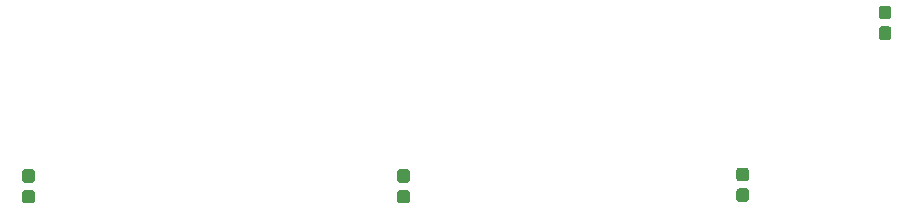
<source format=gbr>
%TF.GenerationSoftware,KiCad,Pcbnew,(5.1.4)-1*%
%TF.CreationDate,2022-01-23T20:52:20+02:00*%
%TF.ProjectId,Front Panel,46726f6e-7420-4506-916e-656c2e6b6963,rev?*%
%TF.SameCoordinates,Original*%
%TF.FileFunction,Soldermask,Bot*%
%TF.FilePolarity,Negative*%
%FSLAX46Y46*%
G04 Gerber Fmt 4.6, Leading zero omitted, Abs format (unit mm)*
G04 Created by KiCad (PCBNEW (5.1.4)-1) date 2022-01-23 20:52:20*
%MOMM*%
%LPD*%
G04 APERTURE LIST*
%ADD10C,0.100000*%
%ADD11C,1.050000*%
G04 APERTURE END LIST*
D10*
%TO.C,R1*%
G36*
X88172229Y-75866264D02*
G01*
X88197711Y-75870044D01*
X88222700Y-75876303D01*
X88246954Y-75884982D01*
X88270242Y-75895996D01*
X88292337Y-75909239D01*
X88313028Y-75924585D01*
X88332116Y-75941884D01*
X88349415Y-75960972D01*
X88364761Y-75981663D01*
X88378004Y-76003758D01*
X88389018Y-76027046D01*
X88397697Y-76051300D01*
X88403956Y-76076289D01*
X88407736Y-76101771D01*
X88409000Y-76127500D01*
X88409000Y-76752500D01*
X88407736Y-76778229D01*
X88403956Y-76803711D01*
X88397697Y-76828700D01*
X88389018Y-76852954D01*
X88378004Y-76876242D01*
X88364761Y-76898337D01*
X88349415Y-76919028D01*
X88332116Y-76938116D01*
X88313028Y-76955415D01*
X88292337Y-76970761D01*
X88270242Y-76984004D01*
X88246954Y-76995018D01*
X88222700Y-77003697D01*
X88197711Y-77009956D01*
X88172229Y-77013736D01*
X88146500Y-77015000D01*
X87621500Y-77015000D01*
X87595771Y-77013736D01*
X87570289Y-77009956D01*
X87545300Y-77003697D01*
X87521046Y-76995018D01*
X87497758Y-76984004D01*
X87475663Y-76970761D01*
X87454972Y-76955415D01*
X87435884Y-76938116D01*
X87418585Y-76919028D01*
X87403239Y-76898337D01*
X87389996Y-76876242D01*
X87378982Y-76852954D01*
X87370303Y-76828700D01*
X87364044Y-76803711D01*
X87360264Y-76778229D01*
X87359000Y-76752500D01*
X87359000Y-76127500D01*
X87360264Y-76101771D01*
X87364044Y-76076289D01*
X87370303Y-76051300D01*
X87378982Y-76027046D01*
X87389996Y-76003758D01*
X87403239Y-75981663D01*
X87418585Y-75960972D01*
X87435884Y-75941884D01*
X87454972Y-75924585D01*
X87475663Y-75909239D01*
X87497758Y-75895996D01*
X87521046Y-75884982D01*
X87545300Y-75876303D01*
X87570289Y-75870044D01*
X87595771Y-75866264D01*
X87621500Y-75865000D01*
X88146500Y-75865000D01*
X88172229Y-75866264D01*
X88172229Y-75866264D01*
G37*
D11*
X87884000Y-76440000D03*
D10*
G36*
X88172229Y-74116264D02*
G01*
X88197711Y-74120044D01*
X88222700Y-74126303D01*
X88246954Y-74134982D01*
X88270242Y-74145996D01*
X88292337Y-74159239D01*
X88313028Y-74174585D01*
X88332116Y-74191884D01*
X88349415Y-74210972D01*
X88364761Y-74231663D01*
X88378004Y-74253758D01*
X88389018Y-74277046D01*
X88397697Y-74301300D01*
X88403956Y-74326289D01*
X88407736Y-74351771D01*
X88409000Y-74377500D01*
X88409000Y-75002500D01*
X88407736Y-75028229D01*
X88403956Y-75053711D01*
X88397697Y-75078700D01*
X88389018Y-75102954D01*
X88378004Y-75126242D01*
X88364761Y-75148337D01*
X88349415Y-75169028D01*
X88332116Y-75188116D01*
X88313028Y-75205415D01*
X88292337Y-75220761D01*
X88270242Y-75234004D01*
X88246954Y-75245018D01*
X88222700Y-75253697D01*
X88197711Y-75259956D01*
X88172229Y-75263736D01*
X88146500Y-75265000D01*
X87621500Y-75265000D01*
X87595771Y-75263736D01*
X87570289Y-75259956D01*
X87545300Y-75253697D01*
X87521046Y-75245018D01*
X87497758Y-75234004D01*
X87475663Y-75220761D01*
X87454972Y-75205415D01*
X87435884Y-75188116D01*
X87418585Y-75169028D01*
X87403239Y-75148337D01*
X87389996Y-75126242D01*
X87378982Y-75102954D01*
X87370303Y-75078700D01*
X87364044Y-75053711D01*
X87360264Y-75028229D01*
X87359000Y-75002500D01*
X87359000Y-74377500D01*
X87360264Y-74351771D01*
X87364044Y-74326289D01*
X87370303Y-74301300D01*
X87378982Y-74277046D01*
X87389996Y-74253758D01*
X87403239Y-74231663D01*
X87418585Y-74210972D01*
X87435884Y-74191884D01*
X87454972Y-74174585D01*
X87475663Y-74159239D01*
X87497758Y-74145996D01*
X87521046Y-74134982D01*
X87545300Y-74126303D01*
X87570289Y-74120044D01*
X87595771Y-74116264D01*
X87621500Y-74115000D01*
X88146500Y-74115000D01*
X88172229Y-74116264D01*
X88172229Y-74116264D01*
G37*
D11*
X87884000Y-74690000D03*
%TD*%
D10*
%TO.C,R2*%
G36*
X119922229Y-74116264D02*
G01*
X119947711Y-74120044D01*
X119972700Y-74126303D01*
X119996954Y-74134982D01*
X120020242Y-74145996D01*
X120042337Y-74159239D01*
X120063028Y-74174585D01*
X120082116Y-74191884D01*
X120099415Y-74210972D01*
X120114761Y-74231663D01*
X120128004Y-74253758D01*
X120139018Y-74277046D01*
X120147697Y-74301300D01*
X120153956Y-74326289D01*
X120157736Y-74351771D01*
X120159000Y-74377500D01*
X120159000Y-75002500D01*
X120157736Y-75028229D01*
X120153956Y-75053711D01*
X120147697Y-75078700D01*
X120139018Y-75102954D01*
X120128004Y-75126242D01*
X120114761Y-75148337D01*
X120099415Y-75169028D01*
X120082116Y-75188116D01*
X120063028Y-75205415D01*
X120042337Y-75220761D01*
X120020242Y-75234004D01*
X119996954Y-75245018D01*
X119972700Y-75253697D01*
X119947711Y-75259956D01*
X119922229Y-75263736D01*
X119896500Y-75265000D01*
X119371500Y-75265000D01*
X119345771Y-75263736D01*
X119320289Y-75259956D01*
X119295300Y-75253697D01*
X119271046Y-75245018D01*
X119247758Y-75234004D01*
X119225663Y-75220761D01*
X119204972Y-75205415D01*
X119185884Y-75188116D01*
X119168585Y-75169028D01*
X119153239Y-75148337D01*
X119139996Y-75126242D01*
X119128982Y-75102954D01*
X119120303Y-75078700D01*
X119114044Y-75053711D01*
X119110264Y-75028229D01*
X119109000Y-75002500D01*
X119109000Y-74377500D01*
X119110264Y-74351771D01*
X119114044Y-74326289D01*
X119120303Y-74301300D01*
X119128982Y-74277046D01*
X119139996Y-74253758D01*
X119153239Y-74231663D01*
X119168585Y-74210972D01*
X119185884Y-74191884D01*
X119204972Y-74174585D01*
X119225663Y-74159239D01*
X119247758Y-74145996D01*
X119271046Y-74134982D01*
X119295300Y-74126303D01*
X119320289Y-74120044D01*
X119345771Y-74116264D01*
X119371500Y-74115000D01*
X119896500Y-74115000D01*
X119922229Y-74116264D01*
X119922229Y-74116264D01*
G37*
D11*
X119634000Y-74690000D03*
D10*
G36*
X119922229Y-75866264D02*
G01*
X119947711Y-75870044D01*
X119972700Y-75876303D01*
X119996954Y-75884982D01*
X120020242Y-75895996D01*
X120042337Y-75909239D01*
X120063028Y-75924585D01*
X120082116Y-75941884D01*
X120099415Y-75960972D01*
X120114761Y-75981663D01*
X120128004Y-76003758D01*
X120139018Y-76027046D01*
X120147697Y-76051300D01*
X120153956Y-76076289D01*
X120157736Y-76101771D01*
X120159000Y-76127500D01*
X120159000Y-76752500D01*
X120157736Y-76778229D01*
X120153956Y-76803711D01*
X120147697Y-76828700D01*
X120139018Y-76852954D01*
X120128004Y-76876242D01*
X120114761Y-76898337D01*
X120099415Y-76919028D01*
X120082116Y-76938116D01*
X120063028Y-76955415D01*
X120042337Y-76970761D01*
X120020242Y-76984004D01*
X119996954Y-76995018D01*
X119972700Y-77003697D01*
X119947711Y-77009956D01*
X119922229Y-77013736D01*
X119896500Y-77015000D01*
X119371500Y-77015000D01*
X119345771Y-77013736D01*
X119320289Y-77009956D01*
X119295300Y-77003697D01*
X119271046Y-76995018D01*
X119247758Y-76984004D01*
X119225663Y-76970761D01*
X119204972Y-76955415D01*
X119185884Y-76938116D01*
X119168585Y-76919028D01*
X119153239Y-76898337D01*
X119139996Y-76876242D01*
X119128982Y-76852954D01*
X119120303Y-76828700D01*
X119114044Y-76803711D01*
X119110264Y-76778229D01*
X119109000Y-76752500D01*
X119109000Y-76127500D01*
X119110264Y-76101771D01*
X119114044Y-76076289D01*
X119120303Y-76051300D01*
X119128982Y-76027046D01*
X119139996Y-76003758D01*
X119153239Y-75981663D01*
X119168585Y-75960972D01*
X119185884Y-75941884D01*
X119204972Y-75924585D01*
X119225663Y-75909239D01*
X119247758Y-75895996D01*
X119271046Y-75884982D01*
X119295300Y-75876303D01*
X119320289Y-75870044D01*
X119345771Y-75866264D01*
X119371500Y-75865000D01*
X119896500Y-75865000D01*
X119922229Y-75866264D01*
X119922229Y-75866264D01*
G37*
D11*
X119634000Y-76440000D03*
%TD*%
D10*
%TO.C,R3*%
G36*
X148624229Y-75739264D02*
G01*
X148649711Y-75743044D01*
X148674700Y-75749303D01*
X148698954Y-75757982D01*
X148722242Y-75768996D01*
X148744337Y-75782239D01*
X148765028Y-75797585D01*
X148784116Y-75814884D01*
X148801415Y-75833972D01*
X148816761Y-75854663D01*
X148830004Y-75876758D01*
X148841018Y-75900046D01*
X148849697Y-75924300D01*
X148855956Y-75949289D01*
X148859736Y-75974771D01*
X148861000Y-76000500D01*
X148861000Y-76625500D01*
X148859736Y-76651229D01*
X148855956Y-76676711D01*
X148849697Y-76701700D01*
X148841018Y-76725954D01*
X148830004Y-76749242D01*
X148816761Y-76771337D01*
X148801415Y-76792028D01*
X148784116Y-76811116D01*
X148765028Y-76828415D01*
X148744337Y-76843761D01*
X148722242Y-76857004D01*
X148698954Y-76868018D01*
X148674700Y-76876697D01*
X148649711Y-76882956D01*
X148624229Y-76886736D01*
X148598500Y-76888000D01*
X148073500Y-76888000D01*
X148047771Y-76886736D01*
X148022289Y-76882956D01*
X147997300Y-76876697D01*
X147973046Y-76868018D01*
X147949758Y-76857004D01*
X147927663Y-76843761D01*
X147906972Y-76828415D01*
X147887884Y-76811116D01*
X147870585Y-76792028D01*
X147855239Y-76771337D01*
X147841996Y-76749242D01*
X147830982Y-76725954D01*
X147822303Y-76701700D01*
X147816044Y-76676711D01*
X147812264Y-76651229D01*
X147811000Y-76625500D01*
X147811000Y-76000500D01*
X147812264Y-75974771D01*
X147816044Y-75949289D01*
X147822303Y-75924300D01*
X147830982Y-75900046D01*
X147841996Y-75876758D01*
X147855239Y-75854663D01*
X147870585Y-75833972D01*
X147887884Y-75814884D01*
X147906972Y-75797585D01*
X147927663Y-75782239D01*
X147949758Y-75768996D01*
X147973046Y-75757982D01*
X147997300Y-75749303D01*
X148022289Y-75743044D01*
X148047771Y-75739264D01*
X148073500Y-75738000D01*
X148598500Y-75738000D01*
X148624229Y-75739264D01*
X148624229Y-75739264D01*
G37*
D11*
X148336000Y-76313000D03*
D10*
G36*
X148624229Y-73989264D02*
G01*
X148649711Y-73993044D01*
X148674700Y-73999303D01*
X148698954Y-74007982D01*
X148722242Y-74018996D01*
X148744337Y-74032239D01*
X148765028Y-74047585D01*
X148784116Y-74064884D01*
X148801415Y-74083972D01*
X148816761Y-74104663D01*
X148830004Y-74126758D01*
X148841018Y-74150046D01*
X148849697Y-74174300D01*
X148855956Y-74199289D01*
X148859736Y-74224771D01*
X148861000Y-74250500D01*
X148861000Y-74875500D01*
X148859736Y-74901229D01*
X148855956Y-74926711D01*
X148849697Y-74951700D01*
X148841018Y-74975954D01*
X148830004Y-74999242D01*
X148816761Y-75021337D01*
X148801415Y-75042028D01*
X148784116Y-75061116D01*
X148765028Y-75078415D01*
X148744337Y-75093761D01*
X148722242Y-75107004D01*
X148698954Y-75118018D01*
X148674700Y-75126697D01*
X148649711Y-75132956D01*
X148624229Y-75136736D01*
X148598500Y-75138000D01*
X148073500Y-75138000D01*
X148047771Y-75136736D01*
X148022289Y-75132956D01*
X147997300Y-75126697D01*
X147973046Y-75118018D01*
X147949758Y-75107004D01*
X147927663Y-75093761D01*
X147906972Y-75078415D01*
X147887884Y-75061116D01*
X147870585Y-75042028D01*
X147855239Y-75021337D01*
X147841996Y-74999242D01*
X147830982Y-74975954D01*
X147822303Y-74951700D01*
X147816044Y-74926711D01*
X147812264Y-74901229D01*
X147811000Y-74875500D01*
X147811000Y-74250500D01*
X147812264Y-74224771D01*
X147816044Y-74199289D01*
X147822303Y-74174300D01*
X147830982Y-74150046D01*
X147841996Y-74126758D01*
X147855239Y-74104663D01*
X147870585Y-74083972D01*
X147887884Y-74064884D01*
X147906972Y-74047585D01*
X147927663Y-74032239D01*
X147949758Y-74018996D01*
X147973046Y-74007982D01*
X147997300Y-73999303D01*
X148022289Y-73993044D01*
X148047771Y-73989264D01*
X148073500Y-73988000D01*
X148598500Y-73988000D01*
X148624229Y-73989264D01*
X148624229Y-73989264D01*
G37*
D11*
X148336000Y-74563000D03*
%TD*%
D10*
%TO.C,R4*%
G36*
X160689229Y-60273264D02*
G01*
X160714711Y-60277044D01*
X160739700Y-60283303D01*
X160763954Y-60291982D01*
X160787242Y-60302996D01*
X160809337Y-60316239D01*
X160830028Y-60331585D01*
X160849116Y-60348884D01*
X160866415Y-60367972D01*
X160881761Y-60388663D01*
X160895004Y-60410758D01*
X160906018Y-60434046D01*
X160914697Y-60458300D01*
X160920956Y-60483289D01*
X160924736Y-60508771D01*
X160926000Y-60534500D01*
X160926000Y-61159500D01*
X160924736Y-61185229D01*
X160920956Y-61210711D01*
X160914697Y-61235700D01*
X160906018Y-61259954D01*
X160895004Y-61283242D01*
X160881761Y-61305337D01*
X160866415Y-61326028D01*
X160849116Y-61345116D01*
X160830028Y-61362415D01*
X160809337Y-61377761D01*
X160787242Y-61391004D01*
X160763954Y-61402018D01*
X160739700Y-61410697D01*
X160714711Y-61416956D01*
X160689229Y-61420736D01*
X160663500Y-61422000D01*
X160138500Y-61422000D01*
X160112771Y-61420736D01*
X160087289Y-61416956D01*
X160062300Y-61410697D01*
X160038046Y-61402018D01*
X160014758Y-61391004D01*
X159992663Y-61377761D01*
X159971972Y-61362415D01*
X159952884Y-61345116D01*
X159935585Y-61326028D01*
X159920239Y-61305337D01*
X159906996Y-61283242D01*
X159895982Y-61259954D01*
X159887303Y-61235700D01*
X159881044Y-61210711D01*
X159877264Y-61185229D01*
X159876000Y-61159500D01*
X159876000Y-60534500D01*
X159877264Y-60508771D01*
X159881044Y-60483289D01*
X159887303Y-60458300D01*
X159895982Y-60434046D01*
X159906996Y-60410758D01*
X159920239Y-60388663D01*
X159935585Y-60367972D01*
X159952884Y-60348884D01*
X159971972Y-60331585D01*
X159992663Y-60316239D01*
X160014758Y-60302996D01*
X160038046Y-60291982D01*
X160062300Y-60283303D01*
X160087289Y-60277044D01*
X160112771Y-60273264D01*
X160138500Y-60272000D01*
X160663500Y-60272000D01*
X160689229Y-60273264D01*
X160689229Y-60273264D01*
G37*
D11*
X160401000Y-60847000D03*
D10*
G36*
X160689229Y-62023264D02*
G01*
X160714711Y-62027044D01*
X160739700Y-62033303D01*
X160763954Y-62041982D01*
X160787242Y-62052996D01*
X160809337Y-62066239D01*
X160830028Y-62081585D01*
X160849116Y-62098884D01*
X160866415Y-62117972D01*
X160881761Y-62138663D01*
X160895004Y-62160758D01*
X160906018Y-62184046D01*
X160914697Y-62208300D01*
X160920956Y-62233289D01*
X160924736Y-62258771D01*
X160926000Y-62284500D01*
X160926000Y-62909500D01*
X160924736Y-62935229D01*
X160920956Y-62960711D01*
X160914697Y-62985700D01*
X160906018Y-63009954D01*
X160895004Y-63033242D01*
X160881761Y-63055337D01*
X160866415Y-63076028D01*
X160849116Y-63095116D01*
X160830028Y-63112415D01*
X160809337Y-63127761D01*
X160787242Y-63141004D01*
X160763954Y-63152018D01*
X160739700Y-63160697D01*
X160714711Y-63166956D01*
X160689229Y-63170736D01*
X160663500Y-63172000D01*
X160138500Y-63172000D01*
X160112771Y-63170736D01*
X160087289Y-63166956D01*
X160062300Y-63160697D01*
X160038046Y-63152018D01*
X160014758Y-63141004D01*
X159992663Y-63127761D01*
X159971972Y-63112415D01*
X159952884Y-63095116D01*
X159935585Y-63076028D01*
X159920239Y-63055337D01*
X159906996Y-63033242D01*
X159895982Y-63009954D01*
X159887303Y-62985700D01*
X159881044Y-62960711D01*
X159877264Y-62935229D01*
X159876000Y-62909500D01*
X159876000Y-62284500D01*
X159877264Y-62258771D01*
X159881044Y-62233289D01*
X159887303Y-62208300D01*
X159895982Y-62184046D01*
X159906996Y-62160758D01*
X159920239Y-62138663D01*
X159935585Y-62117972D01*
X159952884Y-62098884D01*
X159971972Y-62081585D01*
X159992663Y-62066239D01*
X160014758Y-62052996D01*
X160038046Y-62041982D01*
X160062300Y-62033303D01*
X160087289Y-62027044D01*
X160112771Y-62023264D01*
X160138500Y-62022000D01*
X160663500Y-62022000D01*
X160689229Y-62023264D01*
X160689229Y-62023264D01*
G37*
D11*
X160401000Y-62597000D03*
%TD*%
M02*

</source>
